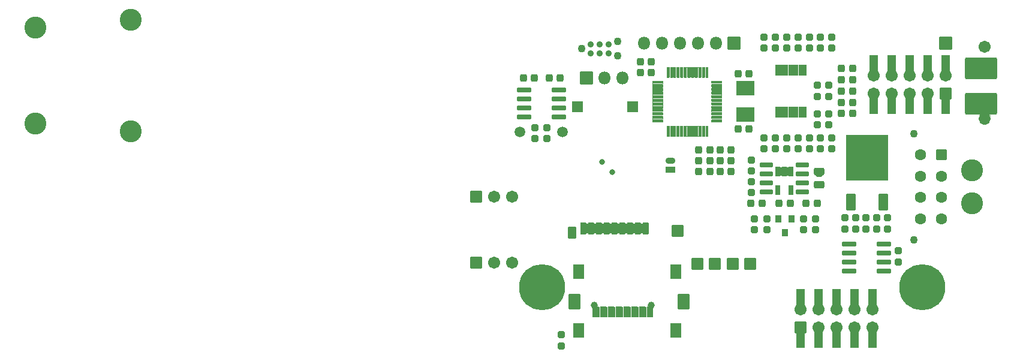
<source format=gbr>
G04 #@! TF.GenerationSoftware,KiCad,Pcbnew,6.0.10-86aedd382b~118~ubuntu22.04.1*
G04 #@! TF.CreationDate,2023-01-19T22:52:07+01:00*
G04 #@! TF.ProjectId,mre_addon_v2,6d72655f-6164-4646-9f6e-5f76322e6b69,V2.5*
G04 #@! TF.SameCoordinates,Original*
G04 #@! TF.FileFunction,Soldermask,Top*
G04 #@! TF.FilePolarity,Negative*
%FSLAX46Y46*%
G04 Gerber Fmt 4.6, Leading zero omitted, Abs format (unit mm)*
G04 Created by KiCad (PCBNEW 6.0.10-86aedd382b~118~ubuntu22.04.1) date 2023-01-19 22:52:07*
%MOMM*%
%LPD*%
G01*
G04 APERTURE LIST*
G04 Aperture macros list*
%AMRoundRect*
0 Rectangle with rounded corners*
0 $1 Rounding radius*
0 $2 $3 $4 $5 $6 $7 $8 $9 X,Y pos of 4 corners*
0 Add a 4 corners polygon primitive as box body*
4,1,4,$2,$3,$4,$5,$6,$7,$8,$9,$2,$3,0*
0 Add four circle primitives for the rounded corners*
1,1,$1+$1,$2,$3*
1,1,$1+$1,$4,$5*
1,1,$1+$1,$6,$7*
1,1,$1+$1,$8,$9*
0 Add four rect primitives between the rounded corners*
20,1,$1+$1,$2,$3,$4,$5,0*
20,1,$1+$1,$4,$5,$6,$7,0*
20,1,$1+$1,$6,$7,$8,$9,0*
20,1,$1+$1,$8,$9,$2,$3,0*%
G04 Aperture macros list end*
%ADD10RoundRect,0.269750X0.256250X-0.218750X0.256250X0.218750X-0.256250X0.218750X-0.256250X-0.218750X0*%
%ADD11RoundRect,0.269750X0.218750X0.256250X-0.218750X0.256250X-0.218750X-0.256250X0.218750X-0.256250X0*%
%ADD12RoundRect,0.269750X-0.256250X0.218750X-0.256250X-0.218750X0.256250X-0.218750X0.256250X0.218750X0*%
%ADD13C,1.092600*%
%ADD14C,0.889400*%
%ADD15C,3.102000*%
%ADD16RoundRect,0.301001X-0.499999X0.499999X-0.499999X-0.499999X0.499999X-0.499999X0.499999X0.499999X0*%
%ADD17C,1.602000*%
%ADD18RoundRect,0.051000X-0.500000X1.575000X-0.500000X-1.575000X0.500000X-1.575000X0.500000X1.575000X0*%
%ADD19RoundRect,0.051000X0.500000X-1.575000X0.500000X1.575000X-0.500000X1.575000X-0.500000X-1.575000X0*%
%ADD20RoundRect,0.051000X0.600000X-1.100000X0.600000X1.100000X-0.600000X1.100000X-0.600000X-1.100000X0*%
%ADD21RoundRect,0.051000X2.900000X-3.200000X2.900000X3.200000X-2.900000X3.200000X-2.900000X-3.200000X0*%
%ADD22RoundRect,0.269750X-0.218750X-0.256250X0.218750X-0.256250X0.218750X0.256250X-0.218750X0.256250X0*%
%ADD23RoundRect,0.051000X-0.750000X-0.750000X0.750000X-0.750000X0.750000X0.750000X-0.750000X0.750000X0*%
%ADD24RoundRect,0.051000X0.225000X-0.725000X0.225000X0.725000X-0.225000X0.725000X-0.225000X-0.725000X0*%
%ADD25RoundRect,0.051000X-0.325000X0.610000X-0.325000X-0.610000X0.325000X-0.610000X0.325000X0.610000X0*%
%ADD26RoundRect,0.051000X-0.400000X0.450000X-0.400000X-0.450000X0.400000X-0.450000X0.400000X0.450000X0*%
%ADD27RoundRect,0.201000X0.825000X0.150000X-0.825000X0.150000X-0.825000X-0.150000X0.825000X-0.150000X0*%
%ADD28C,1.102000*%
%ADD29RoundRect,0.294750X0.456250X-0.243750X0.456250X0.243750X-0.456250X0.243750X-0.456250X-0.243750X0*%
%ADD30RoundRect,0.051000X0.400000X0.750000X-0.400000X0.750000X-0.400000X-0.750000X0.400000X-0.750000X0*%
%ADD31RoundRect,0.051000X0.725000X1.000000X-0.725000X1.000000X-0.725000X-1.000000X0.725000X-1.000000X0*%
%ADD32C,0.991000*%
%ADD33RoundRect,0.051000X-0.381000X0.762000X-0.381000X-0.762000X0.381000X-0.762000X0.381000X0.762000X0*%
%ADD34RoundRect,0.051000X-0.508000X0.762000X-0.508000X-0.762000X0.508000X-0.762000X0.508000X0.762000X0*%
%ADD35RoundRect,0.051000X-0.762000X1.016000X-0.762000X-1.016000X0.762000X-1.016000X0.762000X1.016000X0*%
%ADD36RoundRect,0.051000X-0.762000X0.762000X-0.762000X-0.762000X0.762000X-0.762000X0.762000X0.762000X0*%
%ADD37C,3.101740*%
%ADD38RoundRect,0.051000X-0.850000X-0.850000X0.850000X-0.850000X0.850000X0.850000X-0.850000X0.850000X0*%
%ADD39RoundRect,0.126000X0.662500X0.075000X-0.662500X0.075000X-0.662500X-0.075000X0.662500X-0.075000X0*%
%ADD40RoundRect,0.126000X0.075000X0.662500X-0.075000X0.662500X-0.075000X-0.662500X0.075000X-0.662500X0*%
%ADD41RoundRect,0.051000X0.850000X-0.850000X0.850000X0.850000X-0.850000X0.850000X-0.850000X-0.850000X0*%
%ADD42O,1.802000X1.802000*%
%ADD43RoundRect,0.201000X-0.725000X-0.150000X0.725000X-0.150000X0.725000X0.150000X-0.725000X0.150000X0*%
%ADD44RoundRect,0.301001X-1.974999X1.262499X-1.974999X-1.262499X1.974999X-1.262499X1.974999X1.262499X0*%
%ADD45C,1.702000*%
%ADD46O,1.702000X1.702000*%
%ADD47C,0.802000*%
%ADD48RoundRect,0.276000X0.225000X0.250000X-0.225000X0.250000X-0.225000X-0.250000X0.225000X-0.250000X0*%
%ADD49C,0.902000*%
%ADD50C,6.502000*%
%ADD51RoundRect,0.051000X-1.200000X1.000000X-1.200000X-1.000000X1.200000X-1.000000X1.200000X1.000000X0*%
%ADD52RoundRect,0.051000X-0.800000X0.800000X-0.800000X-0.800000X0.800000X-0.800000X0.800000X0.800000X0*%
%ADD53RoundRect,0.051000X0.762000X0.762000X-0.762000X0.762000X-0.762000X-0.762000X0.762000X-0.762000X0*%
%ADD54RoundRect,0.051000X-0.650000X0.400000X-0.650000X-0.400000X0.650000X-0.400000X0.650000X0.400000X0*%
%ADD55O,1.402000X0.902000*%
%ADD56C,1.502000*%
G04 APERTURE END LIST*
D10*
X124650000Y-128937500D03*
X124650000Y-127362500D03*
D11*
X132335800Y-133376700D03*
X130760800Y-133376700D03*
D10*
X124650000Y-143162500D03*
X124650000Y-141587500D03*
X127800000Y-128937500D03*
X127800000Y-127362500D03*
X128948300Y-139764200D03*
X128948300Y-138189200D03*
D11*
X123537500Y-150800000D03*
X121962500Y-150800000D03*
D12*
X120212200Y-153006600D03*
X120212200Y-154581600D03*
X118485000Y-153006500D03*
X118485000Y-154581500D03*
D10*
X118050000Y-146287500D03*
X118050000Y-144712500D03*
D11*
X103937500Y-132350000D03*
X102362500Y-132350000D03*
X115187500Y-143300000D03*
X113612500Y-143300000D03*
X103937500Y-130850000D03*
X102362500Y-130850000D03*
D12*
X125400000Y-153012500D03*
X125400000Y-154587500D03*
X89140000Y-140142500D03*
X89140000Y-141717500D03*
D10*
X87450000Y-141717500D03*
X87450000Y-140142500D03*
D11*
X115187500Y-144810000D03*
X113612500Y-144810000D03*
X115187500Y-146320000D03*
X113612500Y-146320000D03*
D13*
X94060000Y-129000000D03*
X99140000Y-130016000D03*
X99140000Y-127984000D03*
D14*
X95330000Y-129635000D03*
X95330000Y-128365000D03*
X96600000Y-129635000D03*
X96600000Y-128365000D03*
X97870000Y-129635000D03*
X97870000Y-128365000D03*
D15*
X149235000Y-146160000D03*
X149235000Y-150860000D03*
D16*
X144915000Y-144000000D03*
D17*
X144915000Y-147000000D03*
X144915000Y-150000000D03*
X144915000Y-153000000D03*
X141915000Y-144000000D03*
X141915000Y-147000000D03*
X141915000Y-150000000D03*
X141915000Y-153000000D03*
D18*
X145491200Y-131536200D03*
X145491200Y-136586200D03*
X142951200Y-131536200D03*
X142951200Y-136586200D03*
X140411200Y-131536200D03*
X140411200Y-136586200D03*
X137871200Y-131536200D03*
X137871200Y-136586200D03*
X135331200Y-131536200D03*
X135331200Y-136586200D03*
D19*
X124968000Y-169631600D03*
X124968000Y-164581600D03*
X127508000Y-169631600D03*
X127508000Y-164581600D03*
X130048000Y-169631600D03*
X130048000Y-164581600D03*
X132588000Y-169631600D03*
X132588000Y-164581600D03*
X135128000Y-169631600D03*
X135128000Y-164581600D03*
D20*
X132120000Y-150675000D03*
D21*
X134400000Y-144375000D03*
D20*
X136680000Y-150675000D03*
D12*
X123050000Y-127362500D03*
X123050000Y-128937500D03*
D10*
X126250000Y-128937500D03*
X126250000Y-127362500D03*
D12*
X121450000Y-127362500D03*
X121450000Y-128937500D03*
X129400000Y-127362500D03*
X129400000Y-128937500D03*
X127348300Y-134189200D03*
X127348300Y-135764200D03*
D10*
X128948300Y-135764200D03*
X128948300Y-134189200D03*
D12*
X127348300Y-138189200D03*
X127348300Y-139764200D03*
X121450000Y-141587500D03*
X121450000Y-143162500D03*
D10*
X119850000Y-128937500D03*
X119850000Y-127362500D03*
X126250000Y-143162500D03*
X126250000Y-141587500D03*
X127800000Y-143162500D03*
X127800000Y-141587500D03*
X123050000Y-143162500D03*
X123050000Y-141587500D03*
D22*
X125762500Y-150800000D03*
X127337500Y-150800000D03*
D10*
X129400000Y-143162500D03*
X129400000Y-141587500D03*
X119850000Y-143162500D03*
X119850000Y-141587500D03*
D22*
X118000000Y-150800000D03*
X119575000Y-150800000D03*
D10*
X127650000Y-148187500D03*
X127650000Y-146612500D03*
D22*
X130739200Y-138160100D03*
X132314200Y-138160100D03*
D11*
X132335800Y-136576700D03*
X130760800Y-136576700D03*
X132335800Y-134976700D03*
X130760800Y-134976700D03*
D22*
X130760800Y-131776700D03*
X132335800Y-131776700D03*
D11*
X112187500Y-143300000D03*
X110612500Y-143300000D03*
X112187500Y-144810000D03*
X110612500Y-144810000D03*
X112187500Y-146320000D03*
X110612500Y-146320000D03*
D12*
X134250000Y-152862500D03*
X134250000Y-154437500D03*
X132750000Y-152862500D03*
X132750000Y-154437500D03*
X131250000Y-152862500D03*
X131250000Y-154437500D03*
D23*
X93500000Y-137200000D03*
X101300000Y-137200000D03*
D24*
X121700000Y-137926700D03*
X122350000Y-137926700D03*
X123000000Y-137926700D03*
X123650000Y-137926700D03*
X124300000Y-137926700D03*
X124950000Y-137926700D03*
X125600000Y-137926700D03*
X125600000Y-132026700D03*
X124950000Y-132026700D03*
X124300000Y-132026700D03*
X123650000Y-132026700D03*
X123000000Y-132026700D03*
X122350000Y-132026700D03*
X121700000Y-132026700D03*
D25*
X123650000Y-146328000D03*
X122700000Y-146328000D03*
X121750000Y-146328000D03*
X121750000Y-148948000D03*
X123650000Y-148948000D03*
D26*
X123750000Y-153000000D03*
X121850000Y-153000000D03*
X122800000Y-155000000D03*
D27*
X90875000Y-138605000D03*
X90875000Y-137335000D03*
X90875000Y-136065000D03*
X90875000Y-134795000D03*
X85925000Y-134795000D03*
X85925000Y-136065000D03*
X85925000Y-137335000D03*
X85925000Y-138605000D03*
D28*
X140975000Y-156000000D03*
X140975000Y-141000000D03*
D16*
X144915000Y-144000000D03*
D17*
X144915000Y-147000000D03*
X144915000Y-150000000D03*
X144915000Y-153000000D03*
X141915000Y-144000000D03*
X141915000Y-147000000D03*
X141915000Y-150000000D03*
X141915000Y-153000000D03*
D29*
X127650000Y-148237500D03*
X127650000Y-146362500D03*
D12*
X91200000Y-169412500D03*
X91200000Y-170987500D03*
D30*
X103700000Y-166197500D03*
X102600000Y-166197500D03*
X101500000Y-166197500D03*
X100400000Y-166197500D03*
X99300000Y-166197500D03*
X98200000Y-166197500D03*
X97100000Y-166197500D03*
X96000000Y-166197500D03*
D31*
X93625000Y-160497500D03*
X107375000Y-168797500D03*
X107375000Y-160497500D03*
X93625000Y-168797500D03*
D32*
X95889000Y-165257000D03*
X103889000Y-165257000D03*
D33*
X103143000Y-154357000D03*
X102043000Y-154357000D03*
X100943000Y-154357000D03*
X99843000Y-154357000D03*
X98743000Y-154357000D03*
X97643000Y-154357000D03*
X96543000Y-154357000D03*
X95443000Y-154357000D03*
X94343000Y-154357000D03*
D34*
X92743000Y-154957000D03*
D35*
X93089000Y-164730000D03*
X108489000Y-164730000D03*
D36*
X107670000Y-154749000D03*
D12*
X138800000Y-157537500D03*
X138800000Y-159112500D03*
D11*
X87437500Y-133150000D03*
X85862500Y-133150000D03*
D37*
X16951220Y-139599580D03*
X16951220Y-126000420D03*
X30448780Y-140699400D03*
X30448780Y-124900600D03*
D27*
X136775000Y-160405000D03*
X136775000Y-159135000D03*
X136775000Y-157865000D03*
X136775000Y-156595000D03*
X131825000Y-156595000D03*
X131825000Y-157865000D03*
X131825000Y-159135000D03*
X131825000Y-160405000D03*
D38*
X145500000Y-128200000D03*
D39*
X113162500Y-139250000D03*
X113162500Y-138750000D03*
X113162500Y-138250000D03*
X113162500Y-137750000D03*
X113162500Y-137250000D03*
X113162500Y-136750000D03*
X113162500Y-136250000D03*
X113162500Y-135750000D03*
X113162500Y-135250000D03*
X113162500Y-134750000D03*
X113162500Y-134250000D03*
X113162500Y-133750000D03*
D40*
X111750000Y-132337500D03*
X111250000Y-132337500D03*
X110750000Y-132337500D03*
X110250000Y-132337500D03*
X109750000Y-132337500D03*
X109250000Y-132337500D03*
X108750000Y-132337500D03*
X108250000Y-132337500D03*
X107750000Y-132337500D03*
X107250000Y-132337500D03*
X106750000Y-132337500D03*
X106250000Y-132337500D03*
D39*
X104837500Y-133750000D03*
X104837500Y-134250000D03*
X104837500Y-134750000D03*
X104837500Y-135250000D03*
X104837500Y-135750000D03*
X104837500Y-136250000D03*
X104837500Y-136750000D03*
X104837500Y-137250000D03*
X104837500Y-137750000D03*
X104837500Y-138250000D03*
X104837500Y-138750000D03*
X104837500Y-139250000D03*
D40*
X106250000Y-140662500D03*
X106750000Y-140662500D03*
X107250000Y-140662500D03*
X107750000Y-140662500D03*
X108250000Y-140662500D03*
X108750000Y-140662500D03*
X109250000Y-140662500D03*
X109750000Y-140662500D03*
X110250000Y-140662500D03*
X110750000Y-140662500D03*
X111250000Y-140662500D03*
X111750000Y-140662500D03*
D11*
X91050000Y-133150000D03*
X89475000Y-133150000D03*
D41*
X94725000Y-133150000D03*
D42*
X97265000Y-133150000D03*
X99805000Y-133150000D03*
D43*
X120125000Y-145395000D03*
X120125000Y-146665000D03*
X120125000Y-147935000D03*
X120125000Y-149205000D03*
X125275000Y-149205000D03*
X125275000Y-147935000D03*
X125275000Y-146665000D03*
X125275000Y-145395000D03*
D10*
X118050000Y-149325000D03*
X118050000Y-147750000D03*
D44*
X150475000Y-131775000D03*
X150475000Y-136800000D03*
D12*
X137300000Y-152862500D03*
X137300000Y-154437500D03*
X127100000Y-153012500D03*
X127100000Y-154587500D03*
D10*
X135750000Y-154437500D03*
X135750000Y-152862500D03*
D45*
X151000000Y-128700000D03*
D46*
X151000000Y-138860000D03*
D47*
X98400000Y-146445000D03*
D48*
X117725000Y-140350000D03*
X116175000Y-140350000D03*
D47*
X96950000Y-145000000D03*
D49*
X88519900Y-165089500D03*
X90216956Y-160992444D03*
X86119900Y-162689500D03*
X90216956Y-164386556D03*
X88519900Y-160289500D03*
X86822844Y-160992444D03*
X86822844Y-164386556D03*
D50*
X88519900Y-162689500D03*
D49*
X90919900Y-162689500D03*
D48*
X117725000Y-132550000D03*
X116175000Y-132550000D03*
D51*
X117166665Y-134600000D03*
X117166665Y-138300000D03*
D49*
X144589200Y-162689500D03*
X140492144Y-164386556D03*
X139789200Y-162689500D03*
X143886256Y-160992444D03*
X143886256Y-164386556D03*
X140492144Y-160992444D03*
X142189200Y-165089500D03*
X142189200Y-160289500D03*
D50*
X142189200Y-162689500D03*
D52*
X115400600Y-159360800D03*
X117900600Y-159360800D03*
D53*
X112900600Y-159360800D03*
X110400600Y-159360800D03*
D54*
X106654600Y-146055000D03*
D55*
X106654600Y-144810400D03*
D56*
X91360600Y-140771800D03*
X85360600Y-140771800D03*
D52*
X124973080Y-168379060D03*
D45*
X124973080Y-165839060D03*
X127513080Y-168379060D03*
X127513080Y-165839060D03*
X130053080Y-168379060D03*
X130053080Y-165839060D03*
X132593080Y-168379060D03*
X132593080Y-165839060D03*
X135133080Y-168379060D03*
X135133080Y-165839060D03*
D52*
X145478500Y-135336200D03*
D45*
X145478500Y-132796200D03*
X142938500Y-135336200D03*
X142938500Y-132796200D03*
X140398500Y-135336200D03*
X140398500Y-132796200D03*
X137858500Y-135336200D03*
X137858500Y-132796200D03*
X135318500Y-135336200D03*
X135318500Y-132796200D03*
D52*
X79197200Y-159212200D03*
D45*
X81737200Y-159212200D03*
X84277200Y-159212200D03*
D52*
X79197200Y-149941200D03*
D45*
X81737200Y-149941200D03*
X84277200Y-149941200D03*
D41*
X115600000Y-128200000D03*
D42*
X113060000Y-128200000D03*
X110520000Y-128200000D03*
X107980000Y-128200000D03*
X105440000Y-128200000D03*
X102900000Y-128200000D03*
D13*
X99140000Y-130016000D03*
X99140000Y-127984000D03*
X94060000Y-129000000D03*
G36*
X97549267Y-165430801D02*
G01*
X97600946Y-165473989D01*
X97669661Y-165482620D01*
X97732291Y-165452656D01*
X97750348Y-165431818D01*
X97752238Y-165431164D01*
X97753749Y-165432474D01*
X97753821Y-165433518D01*
X97751000Y-165447699D01*
X97751000Y-166947301D01*
X97753978Y-166962274D01*
X97753335Y-166964168D01*
X97751373Y-166964558D01*
X97750733Y-166964199D01*
X97699054Y-166921011D01*
X97630339Y-166912380D01*
X97567709Y-166942344D01*
X97549652Y-166963182D01*
X97547762Y-166963836D01*
X97546251Y-166962526D01*
X97546179Y-166961482D01*
X97549000Y-166947301D01*
X97549000Y-165447699D01*
X97546022Y-165432726D01*
X97546665Y-165430832D01*
X97548627Y-165430442D01*
X97549267Y-165430801D01*
G37*
G36*
X100849267Y-165430801D02*
G01*
X100900946Y-165473989D01*
X100969661Y-165482620D01*
X101032291Y-165452656D01*
X101050348Y-165431818D01*
X101052238Y-165431164D01*
X101053749Y-165432474D01*
X101053821Y-165433518D01*
X101051000Y-165447699D01*
X101051000Y-166947301D01*
X101053978Y-166962274D01*
X101053335Y-166964168D01*
X101051373Y-166964558D01*
X101050733Y-166964199D01*
X100999054Y-166921011D01*
X100930339Y-166912380D01*
X100867709Y-166942344D01*
X100849652Y-166963182D01*
X100847762Y-166963836D01*
X100846251Y-166962526D01*
X100846179Y-166961482D01*
X100849000Y-166947301D01*
X100849000Y-165447699D01*
X100846022Y-165432726D01*
X100846665Y-165430832D01*
X100848627Y-165430442D01*
X100849267Y-165430801D01*
G37*
G36*
X103049267Y-165430801D02*
G01*
X103100946Y-165473989D01*
X103169661Y-165482620D01*
X103232291Y-165452656D01*
X103250348Y-165431818D01*
X103252238Y-165431164D01*
X103253749Y-165432474D01*
X103253821Y-165433518D01*
X103251000Y-165447699D01*
X103251000Y-166947301D01*
X103253978Y-166962274D01*
X103253335Y-166964168D01*
X103251373Y-166964558D01*
X103250733Y-166964199D01*
X103199054Y-166921011D01*
X103130339Y-166912380D01*
X103067709Y-166942344D01*
X103049652Y-166963182D01*
X103047762Y-166963836D01*
X103046251Y-166962526D01*
X103046179Y-166961482D01*
X103049000Y-166947301D01*
X103049000Y-165447699D01*
X103046022Y-165432726D01*
X103046665Y-165430832D01*
X103048627Y-165430442D01*
X103049267Y-165430801D01*
G37*
G36*
X98649267Y-165430801D02*
G01*
X98700946Y-165473989D01*
X98769661Y-165482620D01*
X98832291Y-165452656D01*
X98850348Y-165431818D01*
X98852238Y-165431164D01*
X98853749Y-165432474D01*
X98853821Y-165433518D01*
X98851000Y-165447699D01*
X98851000Y-166947301D01*
X98853978Y-166962274D01*
X98853335Y-166964168D01*
X98851373Y-166964558D01*
X98850733Y-166964199D01*
X98799054Y-166921011D01*
X98730339Y-166912380D01*
X98667709Y-166942344D01*
X98649652Y-166963182D01*
X98647762Y-166963836D01*
X98646251Y-166962526D01*
X98646179Y-166961482D01*
X98649000Y-166947301D01*
X98649000Y-165447699D01*
X98646022Y-165432726D01*
X98646665Y-165430832D01*
X98648627Y-165430442D01*
X98649267Y-165430801D01*
G37*
G36*
X99749267Y-165430801D02*
G01*
X99800946Y-165473989D01*
X99869661Y-165482620D01*
X99932291Y-165452656D01*
X99950348Y-165431818D01*
X99952238Y-165431164D01*
X99953749Y-165432474D01*
X99953821Y-165433518D01*
X99951000Y-165447699D01*
X99951000Y-166947301D01*
X99953978Y-166962274D01*
X99953335Y-166964168D01*
X99951373Y-166964558D01*
X99950733Y-166964199D01*
X99899054Y-166921011D01*
X99830339Y-166912380D01*
X99767709Y-166942344D01*
X99749652Y-166963182D01*
X99747762Y-166963836D01*
X99746251Y-166962526D01*
X99746179Y-166961482D01*
X99749000Y-166947301D01*
X99749000Y-165447699D01*
X99746022Y-165432726D01*
X99746665Y-165430832D01*
X99748627Y-165430442D01*
X99749267Y-165430801D01*
G37*
G36*
X101949267Y-165430801D02*
G01*
X102000946Y-165473989D01*
X102069661Y-165482620D01*
X102132291Y-165452656D01*
X102150348Y-165431818D01*
X102152238Y-165431164D01*
X102153749Y-165432474D01*
X102153821Y-165433518D01*
X102151000Y-165447699D01*
X102151000Y-166947301D01*
X102153978Y-166962274D01*
X102153335Y-166964168D01*
X102151373Y-166964558D01*
X102150733Y-166964199D01*
X102099054Y-166921011D01*
X102030339Y-166912380D01*
X101967709Y-166942344D01*
X101949652Y-166963182D01*
X101947762Y-166963836D01*
X101946251Y-166962526D01*
X101946179Y-166961482D01*
X101949000Y-166947301D01*
X101949000Y-165447699D01*
X101946022Y-165432726D01*
X101946665Y-165430832D01*
X101948627Y-165430442D01*
X101949267Y-165430801D01*
G37*
G36*
X96449267Y-165430801D02*
G01*
X96500946Y-165473989D01*
X96569661Y-165482620D01*
X96632291Y-165452656D01*
X96650348Y-165431818D01*
X96652238Y-165431164D01*
X96653749Y-165432474D01*
X96653821Y-165433518D01*
X96651000Y-165447699D01*
X96651000Y-166947301D01*
X96653978Y-166962274D01*
X96653335Y-166964168D01*
X96651373Y-166964558D01*
X96650733Y-166964199D01*
X96599054Y-166921011D01*
X96530339Y-166912380D01*
X96467709Y-166942344D01*
X96449652Y-166963182D01*
X96447762Y-166963836D01*
X96446251Y-166962526D01*
X96446179Y-166961482D01*
X96449000Y-166947301D01*
X96449000Y-165447699D01*
X96446022Y-165432726D01*
X96446665Y-165430832D01*
X96448627Y-165430442D01*
X96449267Y-165430801D01*
G37*
G36*
X96976126Y-153590827D02*
G01*
X97004548Y-153645162D01*
X97064732Y-153679435D01*
X97133890Y-153675728D01*
X97190114Y-153635186D01*
X97209440Y-153592869D01*
X97211069Y-153591709D01*
X97212888Y-153592540D01*
X97213220Y-153594091D01*
X97213000Y-153595195D01*
X97213000Y-155118801D01*
X97213608Y-155121856D01*
X97212965Y-155123750D01*
X97211003Y-155124140D01*
X97209874Y-155123173D01*
X97181452Y-155068838D01*
X97121268Y-155034565D01*
X97052110Y-155038272D01*
X96995886Y-155078814D01*
X96976560Y-155121131D01*
X96974931Y-155122291D01*
X96973112Y-155121460D01*
X96972780Y-155119909D01*
X96973000Y-155118805D01*
X96973000Y-153595199D01*
X96972392Y-153592144D01*
X96973035Y-153590250D01*
X96974997Y-153589860D01*
X96976126Y-153590827D01*
G37*
G36*
X101376126Y-153590827D02*
G01*
X101404548Y-153645162D01*
X101464732Y-153679435D01*
X101533890Y-153675728D01*
X101590114Y-153635186D01*
X101609440Y-153592869D01*
X101611069Y-153591709D01*
X101612888Y-153592540D01*
X101613220Y-153594091D01*
X101613000Y-153595195D01*
X101613000Y-155118801D01*
X101613608Y-155121856D01*
X101612965Y-155123750D01*
X101611003Y-155124140D01*
X101609874Y-155123173D01*
X101581452Y-155068838D01*
X101521268Y-155034565D01*
X101452110Y-155038272D01*
X101395886Y-155078814D01*
X101376560Y-155121131D01*
X101374931Y-155122291D01*
X101373112Y-155121460D01*
X101372780Y-155119909D01*
X101373000Y-155118805D01*
X101373000Y-153595199D01*
X101372392Y-153592144D01*
X101373035Y-153590250D01*
X101374997Y-153589860D01*
X101376126Y-153590827D01*
G37*
G36*
X98076126Y-153590827D02*
G01*
X98104548Y-153645162D01*
X98164732Y-153679435D01*
X98233890Y-153675728D01*
X98290114Y-153635186D01*
X98309440Y-153592869D01*
X98311069Y-153591709D01*
X98312888Y-153592540D01*
X98313220Y-153594091D01*
X98313000Y-153595195D01*
X98313000Y-155118801D01*
X98313608Y-155121856D01*
X98312965Y-155123750D01*
X98311003Y-155124140D01*
X98309874Y-155123173D01*
X98281452Y-155068838D01*
X98221268Y-155034565D01*
X98152110Y-155038272D01*
X98095886Y-155078814D01*
X98076560Y-155121131D01*
X98074931Y-155122291D01*
X98073112Y-155121460D01*
X98072780Y-155119909D01*
X98073000Y-155118805D01*
X98073000Y-153595199D01*
X98072392Y-153592144D01*
X98073035Y-153590250D01*
X98074997Y-153589860D01*
X98076126Y-153590827D01*
G37*
G36*
X102476126Y-153590827D02*
G01*
X102504548Y-153645162D01*
X102564732Y-153679435D01*
X102633890Y-153675728D01*
X102690114Y-153635186D01*
X102709440Y-153592869D01*
X102711069Y-153591709D01*
X102712888Y-153592540D01*
X102713220Y-153594091D01*
X102713000Y-153595195D01*
X102713000Y-155118801D01*
X102713608Y-155121856D01*
X102712965Y-155123750D01*
X102711003Y-155124140D01*
X102709874Y-155123173D01*
X102681452Y-155068838D01*
X102621268Y-155034565D01*
X102552110Y-155038272D01*
X102495886Y-155078814D01*
X102476560Y-155121131D01*
X102474931Y-155122291D01*
X102473112Y-155121460D01*
X102472780Y-155119909D01*
X102473000Y-155118805D01*
X102473000Y-153595199D01*
X102472392Y-153592144D01*
X102473035Y-153590250D01*
X102474997Y-153589860D01*
X102476126Y-153590827D01*
G37*
G36*
X95876126Y-153590827D02*
G01*
X95904548Y-153645162D01*
X95964732Y-153679435D01*
X96033890Y-153675728D01*
X96090114Y-153635186D01*
X96109440Y-153592869D01*
X96111069Y-153591709D01*
X96112888Y-153592540D01*
X96113220Y-153594091D01*
X96113000Y-153595195D01*
X96113000Y-155118801D01*
X96113608Y-155121856D01*
X96112965Y-155123750D01*
X96111003Y-155124140D01*
X96109874Y-155123173D01*
X96081452Y-155068838D01*
X96021268Y-155034565D01*
X95952110Y-155038272D01*
X95895886Y-155078814D01*
X95876560Y-155121131D01*
X95874931Y-155122291D01*
X95873112Y-155121460D01*
X95872780Y-155119909D01*
X95873000Y-155118805D01*
X95873000Y-153595199D01*
X95872392Y-153592144D01*
X95873035Y-153590250D01*
X95874997Y-153589860D01*
X95876126Y-153590827D01*
G37*
G36*
X94776126Y-153590827D02*
G01*
X94804548Y-153645162D01*
X94864732Y-153679435D01*
X94933890Y-153675728D01*
X94990114Y-153635186D01*
X95009440Y-153592869D01*
X95011069Y-153591709D01*
X95012888Y-153592540D01*
X95013220Y-153594091D01*
X95013000Y-153595195D01*
X95013000Y-155118801D01*
X95013608Y-155121856D01*
X95012965Y-155123750D01*
X95011003Y-155124140D01*
X95009874Y-155123173D01*
X94981452Y-155068838D01*
X94921268Y-155034565D01*
X94852110Y-155038272D01*
X94795886Y-155078814D01*
X94776560Y-155121131D01*
X94774931Y-155122291D01*
X94773112Y-155121460D01*
X94772780Y-155119909D01*
X94773000Y-155118805D01*
X94773000Y-153595199D01*
X94772392Y-153592144D01*
X94773035Y-153590250D01*
X94774997Y-153589860D01*
X94776126Y-153590827D01*
G37*
G36*
X99176126Y-153590827D02*
G01*
X99204548Y-153645162D01*
X99264732Y-153679435D01*
X99333890Y-153675728D01*
X99390114Y-153635186D01*
X99409440Y-153592869D01*
X99411069Y-153591709D01*
X99412888Y-153592540D01*
X99413220Y-153594091D01*
X99413000Y-153595195D01*
X99413000Y-155118801D01*
X99413608Y-155121856D01*
X99412965Y-155123750D01*
X99411003Y-155124140D01*
X99409874Y-155123173D01*
X99381452Y-155068838D01*
X99321268Y-155034565D01*
X99252110Y-155038272D01*
X99195886Y-155078814D01*
X99176560Y-155121131D01*
X99174931Y-155122291D01*
X99173112Y-155121460D01*
X99172780Y-155119909D01*
X99173000Y-155118805D01*
X99173000Y-153595199D01*
X99172392Y-153592144D01*
X99173035Y-153590250D01*
X99174997Y-153589860D01*
X99176126Y-153590827D01*
G37*
G36*
X100276126Y-153590827D02*
G01*
X100304548Y-153645162D01*
X100364732Y-153679435D01*
X100433890Y-153675728D01*
X100490114Y-153635186D01*
X100509440Y-153592869D01*
X100511069Y-153591709D01*
X100512888Y-153592540D01*
X100513220Y-153594091D01*
X100513000Y-153595195D01*
X100513000Y-155118801D01*
X100513608Y-155121856D01*
X100512965Y-155123750D01*
X100511003Y-155124140D01*
X100509874Y-155123173D01*
X100481452Y-155068838D01*
X100421268Y-155034565D01*
X100352110Y-155038272D01*
X100295886Y-155078814D01*
X100276560Y-155121131D01*
X100274931Y-155122291D01*
X100273112Y-155121460D01*
X100272780Y-155119909D01*
X100273000Y-155118805D01*
X100273000Y-153595199D01*
X100272392Y-153592144D01*
X100273035Y-153590250D01*
X100274997Y-153589860D01*
X100276126Y-153590827D01*
G37*
G36*
X123074267Y-145701301D02*
G01*
X123125946Y-145744489D01*
X123194661Y-145753120D01*
X123257291Y-145723156D01*
X123275348Y-145702318D01*
X123277238Y-145701664D01*
X123278749Y-145702974D01*
X123278821Y-145704018D01*
X123276000Y-145718199D01*
X123276000Y-146937801D01*
X123278978Y-146952774D01*
X123278335Y-146954668D01*
X123276373Y-146955058D01*
X123275733Y-146954699D01*
X123224054Y-146911511D01*
X123155339Y-146902880D01*
X123092709Y-146932844D01*
X123074652Y-146953682D01*
X123072762Y-146954336D01*
X123071251Y-146953026D01*
X123071179Y-146951982D01*
X123074000Y-146937801D01*
X123074000Y-145718199D01*
X123071022Y-145703226D01*
X123071665Y-145701332D01*
X123073627Y-145700942D01*
X123074267Y-145701301D01*
G37*
G36*
X122124267Y-145701301D02*
G01*
X122175946Y-145744489D01*
X122244661Y-145753120D01*
X122307291Y-145723156D01*
X122325348Y-145702318D01*
X122327238Y-145701664D01*
X122328749Y-145702974D01*
X122328821Y-145704018D01*
X122326000Y-145718199D01*
X122326000Y-146937801D01*
X122328978Y-146952774D01*
X122328335Y-146954668D01*
X122326373Y-146955058D01*
X122325733Y-146954699D01*
X122274054Y-146911511D01*
X122205339Y-146902880D01*
X122142709Y-146932844D01*
X122124652Y-146953682D01*
X122122762Y-146954336D01*
X122121251Y-146953026D01*
X122121179Y-146951982D01*
X122124000Y-146937801D01*
X122124000Y-145718199D01*
X122121022Y-145703226D01*
X122121665Y-145701332D01*
X122123627Y-145700942D01*
X122124267Y-145701301D01*
G37*
G36*
X109918693Y-139914460D02*
G01*
X109931425Y-139922967D01*
X109997789Y-139943747D01*
X110068589Y-139922958D01*
X110081307Y-139914460D01*
X110083303Y-139914329D01*
X110084414Y-139915992D01*
X110084081Y-139917234D01*
X110060476Y-139952561D01*
X110051000Y-140000199D01*
X110051000Y-141324801D01*
X110060476Y-141372439D01*
X110084081Y-141407766D01*
X110084212Y-141409762D01*
X110082549Y-141410873D01*
X110081307Y-141410540D01*
X110068575Y-141402033D01*
X110002211Y-141381253D01*
X109931411Y-141402042D01*
X109918693Y-141410540D01*
X109916697Y-141410671D01*
X109915586Y-141409008D01*
X109915919Y-141407766D01*
X109939524Y-141372439D01*
X109949000Y-141324801D01*
X109949000Y-140000199D01*
X109939524Y-139952561D01*
X109915919Y-139917234D01*
X109915788Y-139915238D01*
X109917451Y-139914127D01*
X109918693Y-139914460D01*
G37*
G36*
X111418693Y-139914460D02*
G01*
X111431425Y-139922967D01*
X111497789Y-139943747D01*
X111568589Y-139922958D01*
X111581307Y-139914460D01*
X111583303Y-139914329D01*
X111584414Y-139915992D01*
X111584081Y-139917234D01*
X111560476Y-139952561D01*
X111551000Y-140000199D01*
X111551000Y-141324801D01*
X111560476Y-141372439D01*
X111584081Y-141407766D01*
X111584212Y-141409762D01*
X111582549Y-141410873D01*
X111581307Y-141410540D01*
X111568575Y-141402033D01*
X111502211Y-141381253D01*
X111431411Y-141402042D01*
X111418693Y-141410540D01*
X111416697Y-141410671D01*
X111415586Y-141409008D01*
X111415919Y-141407766D01*
X111439524Y-141372439D01*
X111449000Y-141324801D01*
X111449000Y-140000199D01*
X111439524Y-139952561D01*
X111415919Y-139917234D01*
X111415788Y-139915238D01*
X111417451Y-139914127D01*
X111418693Y-139914460D01*
G37*
G36*
X110918693Y-139914460D02*
G01*
X110931425Y-139922967D01*
X110997789Y-139943747D01*
X111068589Y-139922958D01*
X111081307Y-139914460D01*
X111083303Y-139914329D01*
X111084414Y-139915992D01*
X111084081Y-139917234D01*
X111060476Y-139952561D01*
X111051000Y-140000199D01*
X111051000Y-141324801D01*
X111060476Y-141372439D01*
X111084081Y-141407766D01*
X111084212Y-141409762D01*
X111082549Y-141410873D01*
X111081307Y-141410540D01*
X111068575Y-141402033D01*
X111002211Y-141381253D01*
X110931411Y-141402042D01*
X110918693Y-141410540D01*
X110916697Y-141410671D01*
X110915586Y-141409008D01*
X110915919Y-141407766D01*
X110939524Y-141372439D01*
X110949000Y-141324801D01*
X110949000Y-140000199D01*
X110939524Y-139952561D01*
X110915919Y-139917234D01*
X110915788Y-139915238D01*
X110917451Y-139914127D01*
X110918693Y-139914460D01*
G37*
G36*
X110418693Y-139914460D02*
G01*
X110431425Y-139922967D01*
X110497789Y-139943747D01*
X110568589Y-139922958D01*
X110581307Y-139914460D01*
X110583303Y-139914329D01*
X110584414Y-139915992D01*
X110584081Y-139917234D01*
X110560476Y-139952561D01*
X110551000Y-140000199D01*
X110551000Y-141324801D01*
X110560476Y-141372439D01*
X110584081Y-141407766D01*
X110584212Y-141409762D01*
X110582549Y-141410873D01*
X110581307Y-141410540D01*
X110568575Y-141402033D01*
X110502211Y-141381253D01*
X110431411Y-141402042D01*
X110418693Y-141410540D01*
X110416697Y-141410671D01*
X110415586Y-141409008D01*
X110415919Y-141407766D01*
X110439524Y-141372439D01*
X110449000Y-141324801D01*
X110449000Y-140000199D01*
X110439524Y-139952561D01*
X110415919Y-139917234D01*
X110415788Y-139915238D01*
X110417451Y-139914127D01*
X110418693Y-139914460D01*
G37*
G36*
X109418693Y-139914460D02*
G01*
X109431425Y-139922967D01*
X109497789Y-139943747D01*
X109568589Y-139922958D01*
X109581307Y-139914460D01*
X109583303Y-139914329D01*
X109584414Y-139915992D01*
X109584081Y-139917234D01*
X109560476Y-139952561D01*
X109551000Y-140000199D01*
X109551000Y-141324801D01*
X109560476Y-141372439D01*
X109584081Y-141407766D01*
X109584212Y-141409762D01*
X109582549Y-141410873D01*
X109581307Y-141410540D01*
X109568575Y-141402033D01*
X109502211Y-141381253D01*
X109431411Y-141402042D01*
X109418693Y-141410540D01*
X109416697Y-141410671D01*
X109415586Y-141409008D01*
X109415919Y-141407766D01*
X109439524Y-141372439D01*
X109449000Y-141324801D01*
X109449000Y-140000199D01*
X109439524Y-139952561D01*
X109415919Y-139917234D01*
X109415788Y-139915238D01*
X109417451Y-139914127D01*
X109418693Y-139914460D01*
G37*
G36*
X108918693Y-139914460D02*
G01*
X108931425Y-139922967D01*
X108997789Y-139943747D01*
X109068589Y-139922958D01*
X109081307Y-139914460D01*
X109083303Y-139914329D01*
X109084414Y-139915992D01*
X109084081Y-139917234D01*
X109060476Y-139952561D01*
X109051000Y-140000199D01*
X109051000Y-141324801D01*
X109060476Y-141372439D01*
X109084081Y-141407766D01*
X109084212Y-141409762D01*
X109082549Y-141410873D01*
X109081307Y-141410540D01*
X109068575Y-141402033D01*
X109002211Y-141381253D01*
X108931411Y-141402042D01*
X108918693Y-141410540D01*
X108916697Y-141410671D01*
X108915586Y-141409008D01*
X108915919Y-141407766D01*
X108939524Y-141372439D01*
X108949000Y-141324801D01*
X108949000Y-140000199D01*
X108939524Y-139952561D01*
X108915919Y-139917234D01*
X108915788Y-139915238D01*
X108917451Y-139914127D01*
X108918693Y-139914460D01*
G37*
G36*
X108418693Y-139914460D02*
G01*
X108431425Y-139922967D01*
X108497789Y-139943747D01*
X108568589Y-139922958D01*
X108581307Y-139914460D01*
X108583303Y-139914329D01*
X108584414Y-139915992D01*
X108584081Y-139917234D01*
X108560476Y-139952561D01*
X108551000Y-140000199D01*
X108551000Y-141324801D01*
X108560476Y-141372439D01*
X108584081Y-141407766D01*
X108584212Y-141409762D01*
X108582549Y-141410873D01*
X108581307Y-141410540D01*
X108568575Y-141402033D01*
X108502211Y-141381253D01*
X108431411Y-141402042D01*
X108418693Y-141410540D01*
X108416697Y-141410671D01*
X108415586Y-141409008D01*
X108415919Y-141407766D01*
X108439524Y-141372439D01*
X108449000Y-141324801D01*
X108449000Y-140000199D01*
X108439524Y-139952561D01*
X108415919Y-139917234D01*
X108415788Y-139915238D01*
X108417451Y-139914127D01*
X108418693Y-139914460D01*
G37*
G36*
X107918693Y-139914460D02*
G01*
X107931425Y-139922967D01*
X107997789Y-139943747D01*
X108068589Y-139922958D01*
X108081307Y-139914460D01*
X108083303Y-139914329D01*
X108084414Y-139915992D01*
X108084081Y-139917234D01*
X108060476Y-139952561D01*
X108051000Y-140000199D01*
X108051000Y-141324801D01*
X108060476Y-141372439D01*
X108084081Y-141407766D01*
X108084212Y-141409762D01*
X108082549Y-141410873D01*
X108081307Y-141410540D01*
X108068575Y-141402033D01*
X108002211Y-141381253D01*
X107931411Y-141402042D01*
X107918693Y-141410540D01*
X107916697Y-141410671D01*
X107915586Y-141409008D01*
X107915919Y-141407766D01*
X107939524Y-141372439D01*
X107949000Y-141324801D01*
X107949000Y-140000199D01*
X107939524Y-139952561D01*
X107915919Y-139917234D01*
X107915788Y-139915238D01*
X107917451Y-139914127D01*
X107918693Y-139914460D01*
G37*
G36*
X107418693Y-139914460D02*
G01*
X107431425Y-139922967D01*
X107497789Y-139943747D01*
X107568589Y-139922958D01*
X107581307Y-139914460D01*
X107583303Y-139914329D01*
X107584414Y-139915992D01*
X107584081Y-139917234D01*
X107560476Y-139952561D01*
X107551000Y-140000199D01*
X107551000Y-141324801D01*
X107560476Y-141372439D01*
X107584081Y-141407766D01*
X107584212Y-141409762D01*
X107582549Y-141410873D01*
X107581307Y-141410540D01*
X107568575Y-141402033D01*
X107502211Y-141381253D01*
X107431411Y-141402042D01*
X107418693Y-141410540D01*
X107416697Y-141410671D01*
X107415586Y-141409008D01*
X107415919Y-141407766D01*
X107439524Y-141372439D01*
X107449000Y-141324801D01*
X107449000Y-140000199D01*
X107439524Y-139952561D01*
X107415919Y-139917234D01*
X107415788Y-139915238D01*
X107417451Y-139914127D01*
X107418693Y-139914460D01*
G37*
G36*
X106418693Y-139914460D02*
G01*
X106431425Y-139922967D01*
X106497789Y-139943747D01*
X106568589Y-139922958D01*
X106581307Y-139914460D01*
X106583303Y-139914329D01*
X106584414Y-139915992D01*
X106584081Y-139917234D01*
X106560476Y-139952561D01*
X106551000Y-140000199D01*
X106551000Y-141324801D01*
X106560476Y-141372439D01*
X106584081Y-141407766D01*
X106584212Y-141409762D01*
X106582549Y-141410873D01*
X106581307Y-141410540D01*
X106568575Y-141402033D01*
X106502211Y-141381253D01*
X106431411Y-141402042D01*
X106418693Y-141410540D01*
X106416697Y-141410671D01*
X106415586Y-141409008D01*
X106415919Y-141407766D01*
X106439524Y-141372439D01*
X106449000Y-141324801D01*
X106449000Y-140000199D01*
X106439524Y-139952561D01*
X106415919Y-139917234D01*
X106415788Y-139915238D01*
X106417451Y-139914127D01*
X106418693Y-139914460D01*
G37*
G36*
X106918693Y-139914460D02*
G01*
X106931425Y-139922967D01*
X106997789Y-139943747D01*
X107068589Y-139922958D01*
X107081307Y-139914460D01*
X107083303Y-139914329D01*
X107084414Y-139915992D01*
X107084081Y-139917234D01*
X107060476Y-139952561D01*
X107051000Y-140000199D01*
X107051000Y-141324801D01*
X107060476Y-141372439D01*
X107084081Y-141407766D01*
X107084212Y-141409762D01*
X107082549Y-141410873D01*
X107081307Y-141410540D01*
X107068575Y-141402033D01*
X107002211Y-141381253D01*
X106931411Y-141402042D01*
X106918693Y-141410540D01*
X106916697Y-141410671D01*
X106915586Y-141409008D01*
X106915919Y-141407766D01*
X106939524Y-141372439D01*
X106949000Y-141324801D01*
X106949000Y-140000199D01*
X106939524Y-139952561D01*
X106915919Y-139917234D01*
X106915788Y-139915238D01*
X106917451Y-139914127D01*
X106918693Y-139914460D01*
G37*
G36*
X112417234Y-138915919D02*
G01*
X112452561Y-138939524D01*
X112500199Y-138949000D01*
X113824801Y-138949000D01*
X113872439Y-138939524D01*
X113907766Y-138915919D01*
X113909762Y-138915788D01*
X113910873Y-138917451D01*
X113910540Y-138918693D01*
X113902033Y-138931425D01*
X113881253Y-138997789D01*
X113902042Y-139068589D01*
X113910540Y-139081307D01*
X113910671Y-139083303D01*
X113909008Y-139084414D01*
X113907766Y-139084081D01*
X113872439Y-139060476D01*
X113824801Y-139051000D01*
X112500199Y-139051000D01*
X112452561Y-139060476D01*
X112417234Y-139084081D01*
X112415238Y-139084212D01*
X112414127Y-139082549D01*
X112414460Y-139081307D01*
X112422967Y-139068575D01*
X112443747Y-139002211D01*
X112422958Y-138931411D01*
X112414460Y-138918693D01*
X112414329Y-138916697D01*
X112415992Y-138915586D01*
X112417234Y-138915919D01*
G37*
G36*
X104092234Y-138915919D02*
G01*
X104127561Y-138939524D01*
X104175199Y-138949000D01*
X105499801Y-138949000D01*
X105547439Y-138939524D01*
X105582766Y-138915919D01*
X105584762Y-138915788D01*
X105585873Y-138917451D01*
X105585540Y-138918693D01*
X105577033Y-138931425D01*
X105556253Y-138997789D01*
X105577042Y-139068589D01*
X105585540Y-139081307D01*
X105585671Y-139083303D01*
X105584008Y-139084414D01*
X105582766Y-139084081D01*
X105547439Y-139060476D01*
X105499801Y-139051000D01*
X104175199Y-139051000D01*
X104127561Y-139060476D01*
X104092234Y-139084081D01*
X104090238Y-139084212D01*
X104089127Y-139082549D01*
X104089460Y-139081307D01*
X104097967Y-139068575D01*
X104118747Y-139002211D01*
X104097958Y-138931411D01*
X104089460Y-138918693D01*
X104089329Y-138916697D01*
X104090992Y-138915586D01*
X104092234Y-138915919D01*
G37*
G36*
X123389633Y-137165217D02*
G01*
X123390197Y-137167136D01*
X123389916Y-137167775D01*
X123379767Y-137182963D01*
X123376000Y-137201899D01*
X123376000Y-138651501D01*
X123379767Y-138670438D01*
X123389814Y-138685473D01*
X123389945Y-138687468D01*
X123388282Y-138688580D01*
X123387553Y-138688493D01*
X123327212Y-138669598D01*
X123262310Y-138688655D01*
X123260367Y-138688183D01*
X123259803Y-138686264D01*
X123260084Y-138685625D01*
X123270233Y-138670437D01*
X123274000Y-138651501D01*
X123274000Y-137201899D01*
X123270233Y-137182962D01*
X123260186Y-137167927D01*
X123260055Y-137165932D01*
X123261718Y-137164820D01*
X123262447Y-137164907D01*
X123322788Y-137183802D01*
X123387690Y-137164745D01*
X123389633Y-137165217D01*
G37*
G36*
X122089633Y-137165217D02*
G01*
X122090197Y-137167136D01*
X122089916Y-137167775D01*
X122079767Y-137182963D01*
X122076000Y-137201899D01*
X122076000Y-138651501D01*
X122079767Y-138670438D01*
X122089814Y-138685473D01*
X122089945Y-138687468D01*
X122088282Y-138688580D01*
X122087553Y-138688493D01*
X122027212Y-138669598D01*
X121962310Y-138688655D01*
X121960367Y-138688183D01*
X121959803Y-138686264D01*
X121960084Y-138685625D01*
X121970233Y-138670437D01*
X121974000Y-138651501D01*
X121974000Y-137201899D01*
X121970233Y-137182962D01*
X121960186Y-137167927D01*
X121960055Y-137165932D01*
X121961718Y-137164820D01*
X121962447Y-137164907D01*
X122022788Y-137183802D01*
X122087690Y-137164745D01*
X122089633Y-137165217D01*
G37*
G36*
X122739633Y-137165217D02*
G01*
X122740197Y-137167136D01*
X122739916Y-137167775D01*
X122729767Y-137182963D01*
X122726000Y-137201899D01*
X122726000Y-138651501D01*
X122729767Y-138670438D01*
X122739814Y-138685473D01*
X122739945Y-138687468D01*
X122738282Y-138688580D01*
X122737553Y-138688493D01*
X122677212Y-138669598D01*
X122612310Y-138688655D01*
X122610367Y-138688183D01*
X122609803Y-138686264D01*
X122610084Y-138685625D01*
X122620233Y-138670437D01*
X122624000Y-138651501D01*
X122624000Y-137201899D01*
X122620233Y-137182962D01*
X122610186Y-137167927D01*
X122610055Y-137165932D01*
X122611718Y-137164820D01*
X122612447Y-137164907D01*
X122672788Y-137183802D01*
X122737690Y-137164745D01*
X122739633Y-137165217D01*
G37*
G36*
X124039633Y-137165217D02*
G01*
X124040197Y-137167136D01*
X124039916Y-137167775D01*
X124029767Y-137182963D01*
X124026000Y-137201899D01*
X124026000Y-138651501D01*
X124029767Y-138670438D01*
X124039814Y-138685473D01*
X124039945Y-138687468D01*
X124038282Y-138688580D01*
X124037553Y-138688493D01*
X123977212Y-138669598D01*
X123912310Y-138688655D01*
X123910367Y-138688183D01*
X123909803Y-138686264D01*
X123910084Y-138685625D01*
X123920233Y-138670437D01*
X123924000Y-138651501D01*
X123924000Y-137201899D01*
X123920233Y-137182962D01*
X123910186Y-137167927D01*
X123910055Y-137165932D01*
X123911718Y-137164820D01*
X123912447Y-137164907D01*
X123972788Y-137183802D01*
X124037690Y-137164745D01*
X124039633Y-137165217D01*
G37*
G36*
X124689633Y-137165217D02*
G01*
X124690197Y-137167136D01*
X124689916Y-137167775D01*
X124679767Y-137182963D01*
X124676000Y-137201899D01*
X124676000Y-138651501D01*
X124679767Y-138670438D01*
X124689814Y-138685473D01*
X124689945Y-138687468D01*
X124688282Y-138688580D01*
X124687553Y-138688493D01*
X124627212Y-138669598D01*
X124562310Y-138688655D01*
X124560367Y-138688183D01*
X124559803Y-138686264D01*
X124560084Y-138685625D01*
X124570233Y-138670437D01*
X124574000Y-138651501D01*
X124574000Y-137201899D01*
X124570233Y-137182962D01*
X124560186Y-137167927D01*
X124560055Y-137165932D01*
X124561718Y-137164820D01*
X124562447Y-137164907D01*
X124622788Y-137183802D01*
X124687690Y-137164745D01*
X124689633Y-137165217D01*
G37*
G36*
X125339633Y-137165217D02*
G01*
X125340197Y-137167136D01*
X125339916Y-137167775D01*
X125329767Y-137182963D01*
X125326000Y-137201899D01*
X125326000Y-138651501D01*
X125329767Y-138670438D01*
X125339814Y-138685473D01*
X125339945Y-138687468D01*
X125338282Y-138688580D01*
X125337553Y-138688493D01*
X125277212Y-138669598D01*
X125212310Y-138688655D01*
X125210367Y-138688183D01*
X125209803Y-138686264D01*
X125210084Y-138685625D01*
X125220233Y-138670437D01*
X125224000Y-138651501D01*
X125224000Y-137201899D01*
X125220233Y-137182962D01*
X125210186Y-137167927D01*
X125210055Y-137165932D01*
X125211718Y-137164820D01*
X125212447Y-137164907D01*
X125272788Y-137183802D01*
X125337690Y-137164745D01*
X125339633Y-137165217D01*
G37*
G36*
X152441900Y-138362499D02*
G01*
X152441900Y-138364499D01*
X152440497Y-138365472D01*
X152440491Y-138365473D01*
X152440162Y-138365500D01*
X151902771Y-138365500D01*
X151836032Y-138385096D01*
X151790677Y-138437439D01*
X151780789Y-138506212D01*
X151784757Y-138524123D01*
X151809621Y-138606477D01*
X151809164Y-138608424D01*
X151807249Y-138609002D01*
X151805804Y-138607673D01*
X151775590Y-138514685D01*
X151688880Y-138364499D01*
X151688880Y-138362499D01*
X151690612Y-138361499D01*
X152440168Y-138361499D01*
X152441900Y-138362499D01*
G37*
G36*
X150311120Y-138362500D02*
G01*
X150311120Y-138364500D01*
X150224410Y-138514685D01*
X150195933Y-138602326D01*
X150194447Y-138603664D01*
X150192545Y-138603046D01*
X150192125Y-138601103D01*
X150215960Y-138525967D01*
X150217461Y-138456422D01*
X150181285Y-138397366D01*
X150118725Y-138367147D01*
X150098642Y-138365493D01*
X150096998Y-138364354D01*
X150097162Y-138362361D01*
X150098806Y-138361500D01*
X150309388Y-138361500D01*
X150311120Y-138362500D01*
G37*
G36*
X104092234Y-138415919D02*
G01*
X104127561Y-138439524D01*
X104175199Y-138449000D01*
X105499801Y-138449000D01*
X105547439Y-138439524D01*
X105582766Y-138415919D01*
X105584762Y-138415788D01*
X105585873Y-138417451D01*
X105585540Y-138418693D01*
X105577033Y-138431425D01*
X105556253Y-138497789D01*
X105577042Y-138568589D01*
X105585540Y-138581307D01*
X105585671Y-138583303D01*
X105584008Y-138584414D01*
X105582766Y-138584081D01*
X105547439Y-138560476D01*
X105499801Y-138551000D01*
X104175199Y-138551000D01*
X104127561Y-138560476D01*
X104092234Y-138584081D01*
X104090238Y-138584212D01*
X104089127Y-138582549D01*
X104089460Y-138581307D01*
X104097967Y-138568575D01*
X104118747Y-138502211D01*
X104097958Y-138431411D01*
X104089460Y-138418693D01*
X104089329Y-138416697D01*
X104090992Y-138415586D01*
X104092234Y-138415919D01*
G37*
G36*
X112417234Y-138415919D02*
G01*
X112452561Y-138439524D01*
X112500199Y-138449000D01*
X113824801Y-138449000D01*
X113872439Y-138439524D01*
X113907766Y-138415919D01*
X113909762Y-138415788D01*
X113910873Y-138417451D01*
X113910540Y-138418693D01*
X113902033Y-138431425D01*
X113881253Y-138497789D01*
X113902042Y-138568589D01*
X113910540Y-138581307D01*
X113910671Y-138583303D01*
X113909008Y-138584414D01*
X113907766Y-138584081D01*
X113872439Y-138560476D01*
X113824801Y-138551000D01*
X112500199Y-138551000D01*
X112452561Y-138560476D01*
X112417234Y-138584081D01*
X112415238Y-138584212D01*
X112414127Y-138582549D01*
X112414460Y-138581307D01*
X112422967Y-138568575D01*
X112443747Y-138502211D01*
X112422958Y-138431411D01*
X112414460Y-138418693D01*
X112414329Y-138416697D01*
X112415992Y-138415586D01*
X112417234Y-138415919D01*
G37*
G36*
X104092234Y-137915919D02*
G01*
X104127561Y-137939524D01*
X104175199Y-137949000D01*
X105499801Y-137949000D01*
X105547439Y-137939524D01*
X105582766Y-137915919D01*
X105584762Y-137915788D01*
X105585873Y-137917451D01*
X105585540Y-137918693D01*
X105577033Y-137931425D01*
X105556253Y-137997789D01*
X105577042Y-138068589D01*
X105585540Y-138081307D01*
X105585671Y-138083303D01*
X105584008Y-138084414D01*
X105582766Y-138084081D01*
X105547439Y-138060476D01*
X105499801Y-138051000D01*
X104175199Y-138051000D01*
X104127561Y-138060476D01*
X104092234Y-138084081D01*
X104090238Y-138084212D01*
X104089127Y-138082549D01*
X104089460Y-138081307D01*
X104097967Y-138068575D01*
X104118747Y-138002211D01*
X104097958Y-137931411D01*
X104089460Y-137918693D01*
X104089329Y-137916697D01*
X104090992Y-137915586D01*
X104092234Y-137915919D01*
G37*
G36*
X112417234Y-137915919D02*
G01*
X112452561Y-137939524D01*
X112500199Y-137949000D01*
X113824801Y-137949000D01*
X113872439Y-137939524D01*
X113907766Y-137915919D01*
X113909762Y-137915788D01*
X113910873Y-137917451D01*
X113910540Y-137918693D01*
X113902033Y-137931425D01*
X113881253Y-137997789D01*
X113902042Y-138068589D01*
X113910540Y-138081307D01*
X113910671Y-138083303D01*
X113909008Y-138084414D01*
X113907766Y-138084081D01*
X113872439Y-138060476D01*
X113824801Y-138051000D01*
X112500199Y-138051000D01*
X112452561Y-138060476D01*
X112417234Y-138084081D01*
X112415238Y-138084212D01*
X112414127Y-138082549D01*
X112414460Y-138081307D01*
X112422967Y-138068575D01*
X112443747Y-138002211D01*
X112422958Y-137931411D01*
X112414460Y-137918693D01*
X112414329Y-137916697D01*
X112415992Y-137915586D01*
X112417234Y-137915919D01*
G37*
G36*
X112417234Y-137415919D02*
G01*
X112452561Y-137439524D01*
X112500199Y-137449000D01*
X113824801Y-137449000D01*
X113872439Y-137439524D01*
X113907766Y-137415919D01*
X113909762Y-137415788D01*
X113910873Y-137417451D01*
X113910540Y-137418693D01*
X113902033Y-137431425D01*
X113881253Y-137497789D01*
X113902042Y-137568589D01*
X113910540Y-137581307D01*
X113910671Y-137583303D01*
X113909008Y-137584414D01*
X113907766Y-137584081D01*
X113872439Y-137560476D01*
X113824801Y-137551000D01*
X112500199Y-137551000D01*
X112452561Y-137560476D01*
X112417234Y-137584081D01*
X112415238Y-137584212D01*
X112414127Y-137582549D01*
X112414460Y-137581307D01*
X112422967Y-137568575D01*
X112443747Y-137502211D01*
X112422958Y-137431411D01*
X112414460Y-137418693D01*
X112414329Y-137416697D01*
X112415992Y-137415586D01*
X112417234Y-137415919D01*
G37*
G36*
X104092234Y-137415919D02*
G01*
X104127561Y-137439524D01*
X104175199Y-137449000D01*
X105499801Y-137449000D01*
X105547439Y-137439524D01*
X105582766Y-137415919D01*
X105584762Y-137415788D01*
X105585873Y-137417451D01*
X105585540Y-137418693D01*
X105577033Y-137431425D01*
X105556253Y-137497789D01*
X105577042Y-137568589D01*
X105585540Y-137581307D01*
X105585671Y-137583303D01*
X105584008Y-137584414D01*
X105582766Y-137584081D01*
X105547439Y-137560476D01*
X105499801Y-137551000D01*
X104175199Y-137551000D01*
X104127561Y-137560476D01*
X104092234Y-137584081D01*
X104090238Y-137584212D01*
X104089127Y-137582549D01*
X104089460Y-137581307D01*
X104097967Y-137568575D01*
X104118747Y-137502211D01*
X104097958Y-137431411D01*
X104089460Y-137418693D01*
X104089329Y-137416697D01*
X104090992Y-137415586D01*
X104092234Y-137415919D01*
G37*
G36*
X104092234Y-136915919D02*
G01*
X104127561Y-136939524D01*
X104175199Y-136949000D01*
X105499801Y-136949000D01*
X105547439Y-136939524D01*
X105582766Y-136915919D01*
X105584762Y-136915788D01*
X105585873Y-136917451D01*
X105585540Y-136918693D01*
X105577033Y-136931425D01*
X105556253Y-136997789D01*
X105577042Y-137068589D01*
X105585540Y-137081307D01*
X105585671Y-137083303D01*
X105584008Y-137084414D01*
X105582766Y-137084081D01*
X105547439Y-137060476D01*
X105499801Y-137051000D01*
X104175199Y-137051000D01*
X104127561Y-137060476D01*
X104092234Y-137084081D01*
X104090238Y-137084212D01*
X104089127Y-137082549D01*
X104089460Y-137081307D01*
X104097967Y-137068575D01*
X104118747Y-137002211D01*
X104097958Y-136931411D01*
X104089460Y-136918693D01*
X104089329Y-136916697D01*
X104090992Y-136915586D01*
X104092234Y-136915919D01*
G37*
G36*
X112417234Y-136915919D02*
G01*
X112452561Y-136939524D01*
X112500199Y-136949000D01*
X113824801Y-136949000D01*
X113872439Y-136939524D01*
X113907766Y-136915919D01*
X113909762Y-136915788D01*
X113910873Y-136917451D01*
X113910540Y-136918693D01*
X113902033Y-136931425D01*
X113881253Y-136997789D01*
X113902042Y-137068589D01*
X113910540Y-137081307D01*
X113910671Y-137083303D01*
X113909008Y-137084414D01*
X113907766Y-137084081D01*
X113872439Y-137060476D01*
X113824801Y-137051000D01*
X112500199Y-137051000D01*
X112452561Y-137060476D01*
X112417234Y-137084081D01*
X112415238Y-137084212D01*
X112414127Y-137082549D01*
X112414460Y-137081307D01*
X112422967Y-137068575D01*
X112443747Y-137002211D01*
X112422958Y-136931411D01*
X112414460Y-136918693D01*
X112414329Y-136916697D01*
X112415992Y-136915586D01*
X112417234Y-136915919D01*
G37*
G36*
X112417234Y-136415919D02*
G01*
X112452561Y-136439524D01*
X112500199Y-136449000D01*
X113824801Y-136449000D01*
X113872439Y-136439524D01*
X113907766Y-136415919D01*
X113909762Y-136415788D01*
X113910873Y-136417451D01*
X113910540Y-136418693D01*
X113902033Y-136431425D01*
X113881253Y-136497789D01*
X113902042Y-136568589D01*
X113910540Y-136581307D01*
X113910671Y-136583303D01*
X113909008Y-136584414D01*
X113907766Y-136584081D01*
X113872439Y-136560476D01*
X113824801Y-136551000D01*
X112500199Y-136551000D01*
X112452561Y-136560476D01*
X112417234Y-136584081D01*
X112415238Y-136584212D01*
X112414127Y-136582549D01*
X112414460Y-136581307D01*
X112422967Y-136568575D01*
X112443747Y-136502211D01*
X112422958Y-136431411D01*
X112414460Y-136418693D01*
X112414329Y-136416697D01*
X112415992Y-136415586D01*
X112417234Y-136415919D01*
G37*
G36*
X104092234Y-136415919D02*
G01*
X104127561Y-136439524D01*
X104175199Y-136449000D01*
X105499801Y-136449000D01*
X105547439Y-136439524D01*
X105582766Y-136415919D01*
X105584762Y-136415788D01*
X105585873Y-136417451D01*
X105585540Y-136418693D01*
X105577033Y-136431425D01*
X105556253Y-136497789D01*
X105577042Y-136568589D01*
X105585540Y-136581307D01*
X105585671Y-136583303D01*
X105584008Y-136584414D01*
X105582766Y-136584081D01*
X105547439Y-136560476D01*
X105499801Y-136551000D01*
X104175199Y-136551000D01*
X104127561Y-136560476D01*
X104092234Y-136584081D01*
X104090238Y-136584212D01*
X104089127Y-136582549D01*
X104089460Y-136581307D01*
X104097967Y-136568575D01*
X104118747Y-136502211D01*
X104097958Y-136431411D01*
X104089460Y-136418693D01*
X104089329Y-136416697D01*
X104090992Y-136415586D01*
X104092234Y-136415919D01*
G37*
G36*
X112417234Y-135915919D02*
G01*
X112452561Y-135939524D01*
X112500199Y-135949000D01*
X113824801Y-135949000D01*
X113872439Y-135939524D01*
X113907766Y-135915919D01*
X113909762Y-135915788D01*
X113910873Y-135917451D01*
X113910540Y-135918693D01*
X113902033Y-135931425D01*
X113881253Y-135997789D01*
X113902042Y-136068589D01*
X113910540Y-136081307D01*
X113910671Y-136083303D01*
X113909008Y-136084414D01*
X113907766Y-136084081D01*
X113872439Y-136060476D01*
X113824801Y-136051000D01*
X112500199Y-136051000D01*
X112452561Y-136060476D01*
X112417234Y-136084081D01*
X112415238Y-136084212D01*
X112414127Y-136082549D01*
X112414460Y-136081307D01*
X112422967Y-136068575D01*
X112443747Y-136002211D01*
X112422958Y-135931411D01*
X112414460Y-135918693D01*
X112414329Y-135916697D01*
X112415992Y-135915586D01*
X112417234Y-135915919D01*
G37*
G36*
X104092234Y-135915919D02*
G01*
X104127561Y-135939524D01*
X104175199Y-135949000D01*
X105499801Y-135949000D01*
X105547439Y-135939524D01*
X105582766Y-135915919D01*
X105584762Y-135915788D01*
X105585873Y-135917451D01*
X105585540Y-135918693D01*
X105577033Y-135931425D01*
X105556253Y-135997789D01*
X105577042Y-136068589D01*
X105585540Y-136081307D01*
X105585671Y-136083303D01*
X105584008Y-136084414D01*
X105582766Y-136084081D01*
X105547439Y-136060476D01*
X105499801Y-136051000D01*
X104175199Y-136051000D01*
X104127561Y-136060476D01*
X104092234Y-136084081D01*
X104090238Y-136084212D01*
X104089127Y-136082549D01*
X104089460Y-136081307D01*
X104097967Y-136068575D01*
X104118747Y-136002211D01*
X104097958Y-135931411D01*
X104089460Y-135918693D01*
X104089329Y-135916697D01*
X104090992Y-135915586D01*
X104092234Y-135915919D01*
G37*
G36*
X112417234Y-135415919D02*
G01*
X112452561Y-135439524D01*
X112500199Y-135449000D01*
X113824801Y-135449000D01*
X113872439Y-135439524D01*
X113907766Y-135415919D01*
X113909762Y-135415788D01*
X113910873Y-135417451D01*
X113910540Y-135418693D01*
X113902033Y-135431425D01*
X113881253Y-135497789D01*
X113902042Y-135568589D01*
X113910540Y-135581307D01*
X113910671Y-135583303D01*
X113909008Y-135584414D01*
X113907766Y-135584081D01*
X113872439Y-135560476D01*
X113824801Y-135551000D01*
X112500199Y-135551000D01*
X112452561Y-135560476D01*
X112417234Y-135584081D01*
X112415238Y-135584212D01*
X112414127Y-135582549D01*
X112414460Y-135581307D01*
X112422967Y-135568575D01*
X112443747Y-135502211D01*
X112422958Y-135431411D01*
X112414460Y-135418693D01*
X112414329Y-135416697D01*
X112415992Y-135415586D01*
X112417234Y-135415919D01*
G37*
G36*
X104092234Y-135415919D02*
G01*
X104127561Y-135439524D01*
X104175199Y-135449000D01*
X105499801Y-135449000D01*
X105547439Y-135439524D01*
X105582766Y-135415919D01*
X105584762Y-135415788D01*
X105585873Y-135417451D01*
X105585540Y-135418693D01*
X105577033Y-135431425D01*
X105556253Y-135497789D01*
X105577042Y-135568589D01*
X105585540Y-135581307D01*
X105585671Y-135583303D01*
X105584008Y-135584414D01*
X105582766Y-135584081D01*
X105547439Y-135560476D01*
X105499801Y-135551000D01*
X104175199Y-135551000D01*
X104127561Y-135560476D01*
X104092234Y-135584081D01*
X104090238Y-135584212D01*
X104089127Y-135582549D01*
X104089460Y-135581307D01*
X104097967Y-135568575D01*
X104118747Y-135502211D01*
X104097958Y-135431411D01*
X104089460Y-135418693D01*
X104089329Y-135416697D01*
X104090992Y-135415586D01*
X104092234Y-135415919D01*
G37*
G36*
X152441894Y-135235500D02*
G01*
X152441894Y-135237500D01*
X152440162Y-135238500D01*
X148509832Y-135238501D01*
X148508100Y-135237501D01*
X148508100Y-135235501D01*
X148509503Y-135234528D01*
X148509509Y-135234527D01*
X148509838Y-135234500D01*
X152440162Y-135234500D01*
X152441894Y-135235500D01*
G37*
G36*
X104092234Y-134915919D02*
G01*
X104127561Y-134939524D01*
X104175199Y-134949000D01*
X105499801Y-134949000D01*
X105547439Y-134939524D01*
X105582766Y-134915919D01*
X105584762Y-134915788D01*
X105585873Y-134917451D01*
X105585540Y-134918693D01*
X105577033Y-134931425D01*
X105556253Y-134997789D01*
X105577042Y-135068589D01*
X105585540Y-135081307D01*
X105585671Y-135083303D01*
X105584008Y-135084414D01*
X105582766Y-135084081D01*
X105547439Y-135060476D01*
X105499801Y-135051000D01*
X104175199Y-135051000D01*
X104127561Y-135060476D01*
X104092234Y-135084081D01*
X104090238Y-135084212D01*
X104089127Y-135082549D01*
X104089460Y-135081307D01*
X104097967Y-135068575D01*
X104118747Y-135002211D01*
X104097958Y-134931411D01*
X104089460Y-134918693D01*
X104089329Y-134916697D01*
X104090992Y-134915586D01*
X104092234Y-134915919D01*
G37*
G36*
X112417234Y-134915919D02*
G01*
X112452561Y-134939524D01*
X112500199Y-134949000D01*
X113824801Y-134949000D01*
X113872439Y-134939524D01*
X113907766Y-134915919D01*
X113909762Y-134915788D01*
X113910873Y-134917451D01*
X113910540Y-134918693D01*
X113902033Y-134931425D01*
X113881253Y-134997789D01*
X113902042Y-135068589D01*
X113910540Y-135081307D01*
X113910671Y-135083303D01*
X113909008Y-135084414D01*
X113907766Y-135084081D01*
X113872439Y-135060476D01*
X113824801Y-135051000D01*
X112500199Y-135051000D01*
X112452561Y-135060476D01*
X112417234Y-135084081D01*
X112415238Y-135084212D01*
X112414127Y-135082549D01*
X112414460Y-135081307D01*
X112422967Y-135068575D01*
X112443747Y-135002211D01*
X112422958Y-134931411D01*
X112414460Y-134918693D01*
X112414329Y-134916697D01*
X112415992Y-134915586D01*
X112417234Y-134915919D01*
G37*
G36*
X112417234Y-134415919D02*
G01*
X112452561Y-134439524D01*
X112500199Y-134449000D01*
X113824801Y-134449000D01*
X113872439Y-134439524D01*
X113907766Y-134415919D01*
X113909762Y-134415788D01*
X113910873Y-134417451D01*
X113910540Y-134418693D01*
X113902033Y-134431425D01*
X113881253Y-134497789D01*
X113902042Y-134568589D01*
X113910540Y-134581307D01*
X113910671Y-134583303D01*
X113909008Y-134584414D01*
X113907766Y-134584081D01*
X113872439Y-134560476D01*
X113824801Y-134551000D01*
X112500199Y-134551000D01*
X112452561Y-134560476D01*
X112417234Y-134584081D01*
X112415238Y-134584212D01*
X112414127Y-134582549D01*
X112414460Y-134581307D01*
X112422967Y-134568575D01*
X112443747Y-134502211D01*
X112422958Y-134431411D01*
X112414460Y-134418693D01*
X112414329Y-134416697D01*
X112415992Y-134415586D01*
X112417234Y-134415919D01*
G37*
G36*
X104092234Y-134415919D02*
G01*
X104127561Y-134439524D01*
X104175199Y-134449000D01*
X105499801Y-134449000D01*
X105547439Y-134439524D01*
X105582766Y-134415919D01*
X105584762Y-134415788D01*
X105585873Y-134417451D01*
X105585540Y-134418693D01*
X105577033Y-134431425D01*
X105556253Y-134497789D01*
X105577042Y-134568589D01*
X105585540Y-134581307D01*
X105585671Y-134583303D01*
X105584008Y-134584414D01*
X105582766Y-134584081D01*
X105547439Y-134560476D01*
X105499801Y-134551000D01*
X104175199Y-134551000D01*
X104127561Y-134560476D01*
X104092234Y-134584081D01*
X104090238Y-134584212D01*
X104089127Y-134582549D01*
X104089460Y-134581307D01*
X104097967Y-134568575D01*
X104118747Y-134502211D01*
X104097958Y-134431411D01*
X104089460Y-134418693D01*
X104089329Y-134416697D01*
X104090992Y-134415586D01*
X104092234Y-134415919D01*
G37*
G36*
X112417234Y-133915919D02*
G01*
X112452561Y-133939524D01*
X112500199Y-133949000D01*
X113824801Y-133949000D01*
X113872439Y-133939524D01*
X113907766Y-133915919D01*
X113909762Y-133915788D01*
X113910873Y-133917451D01*
X113910540Y-133918693D01*
X113902033Y-133931425D01*
X113881253Y-133997789D01*
X113902042Y-134068589D01*
X113910540Y-134081307D01*
X113910671Y-134083303D01*
X113909008Y-134084414D01*
X113907766Y-134084081D01*
X113872439Y-134060476D01*
X113824801Y-134051000D01*
X112500199Y-134051000D01*
X112452561Y-134060476D01*
X112417234Y-134084081D01*
X112415238Y-134084212D01*
X112414127Y-134082549D01*
X112414460Y-134081307D01*
X112422967Y-134068575D01*
X112443747Y-134002211D01*
X112422958Y-133931411D01*
X112414460Y-133918693D01*
X112414329Y-133916697D01*
X112415992Y-133915586D01*
X112417234Y-133915919D01*
G37*
G36*
X104092234Y-133915919D02*
G01*
X104127561Y-133939524D01*
X104175199Y-133949000D01*
X105499801Y-133949000D01*
X105547439Y-133939524D01*
X105582766Y-133915919D01*
X105584762Y-133915788D01*
X105585873Y-133917451D01*
X105585540Y-133918693D01*
X105577033Y-133931425D01*
X105556253Y-133997789D01*
X105577042Y-134068589D01*
X105585540Y-134081307D01*
X105585671Y-134083303D01*
X105584008Y-134084414D01*
X105582766Y-134084081D01*
X105547439Y-134060476D01*
X105499801Y-134051000D01*
X104175199Y-134051000D01*
X104127561Y-134060476D01*
X104092234Y-134084081D01*
X104090238Y-134084212D01*
X104089127Y-134082549D01*
X104089460Y-134081307D01*
X104097967Y-134068575D01*
X104118747Y-134002211D01*
X104097958Y-133931411D01*
X104089460Y-133918693D01*
X104089329Y-133916697D01*
X104090992Y-133915586D01*
X104092234Y-133915919D01*
G37*
G36*
X152441900Y-133337499D02*
G01*
X152441900Y-133339499D01*
X152440497Y-133340472D01*
X152440491Y-133340473D01*
X152440162Y-133340500D01*
X148509838Y-133340500D01*
X148508106Y-133339500D01*
X148508106Y-133337500D01*
X148509838Y-133336500D01*
X152440168Y-133336499D01*
X152441900Y-133337499D01*
G37*
G36*
X107918693Y-131589460D02*
G01*
X107931425Y-131597967D01*
X107997789Y-131618747D01*
X108068589Y-131597958D01*
X108081307Y-131589460D01*
X108083303Y-131589329D01*
X108084414Y-131590992D01*
X108084081Y-131592234D01*
X108060476Y-131627561D01*
X108051000Y-131675199D01*
X108051000Y-132999801D01*
X108060476Y-133047439D01*
X108084081Y-133082766D01*
X108084212Y-133084762D01*
X108082549Y-133085873D01*
X108081307Y-133085540D01*
X108068575Y-133077033D01*
X108002211Y-133056253D01*
X107931411Y-133077042D01*
X107918693Y-133085540D01*
X107916697Y-133085671D01*
X107915586Y-133084008D01*
X107915919Y-133082766D01*
X107939524Y-133047439D01*
X107949000Y-132999801D01*
X107949000Y-131675199D01*
X107939524Y-131627561D01*
X107915919Y-131592234D01*
X107915788Y-131590238D01*
X107917451Y-131589127D01*
X107918693Y-131589460D01*
G37*
G36*
X109418693Y-131589460D02*
G01*
X109431425Y-131597967D01*
X109497789Y-131618747D01*
X109568589Y-131597958D01*
X109581307Y-131589460D01*
X109583303Y-131589329D01*
X109584414Y-131590992D01*
X109584081Y-131592234D01*
X109560476Y-131627561D01*
X109551000Y-131675199D01*
X109551000Y-132999801D01*
X109560476Y-133047439D01*
X109584081Y-133082766D01*
X109584212Y-133084762D01*
X109582549Y-133085873D01*
X109581307Y-133085540D01*
X109568575Y-133077033D01*
X109502211Y-133056253D01*
X109431411Y-133077042D01*
X109418693Y-133085540D01*
X109416697Y-133085671D01*
X109415586Y-133084008D01*
X109415919Y-133082766D01*
X109439524Y-133047439D01*
X109449000Y-132999801D01*
X109449000Y-131675199D01*
X109439524Y-131627561D01*
X109415919Y-131592234D01*
X109415788Y-131590238D01*
X109417451Y-131589127D01*
X109418693Y-131589460D01*
G37*
G36*
X106418693Y-131589460D02*
G01*
X106431425Y-131597967D01*
X106497789Y-131618747D01*
X106568589Y-131597958D01*
X106581307Y-131589460D01*
X106583303Y-131589329D01*
X106584414Y-131590992D01*
X106584081Y-131592234D01*
X106560476Y-131627561D01*
X106551000Y-131675199D01*
X106551000Y-132999801D01*
X106560476Y-133047439D01*
X106584081Y-133082766D01*
X106584212Y-133084762D01*
X106582549Y-133085873D01*
X106581307Y-133085540D01*
X106568575Y-133077033D01*
X106502211Y-133056253D01*
X106431411Y-133077042D01*
X106418693Y-133085540D01*
X106416697Y-133085671D01*
X106415586Y-133084008D01*
X106415919Y-133082766D01*
X106439524Y-133047439D01*
X106449000Y-132999801D01*
X106449000Y-131675199D01*
X106439524Y-131627561D01*
X106415919Y-131592234D01*
X106415788Y-131590238D01*
X106417451Y-131589127D01*
X106418693Y-131589460D01*
G37*
G36*
X107418693Y-131589460D02*
G01*
X107431425Y-131597967D01*
X107497789Y-131618747D01*
X107568589Y-131597958D01*
X107581307Y-131589460D01*
X107583303Y-131589329D01*
X107584414Y-131590992D01*
X107584081Y-131592234D01*
X107560476Y-131627561D01*
X107551000Y-131675199D01*
X107551000Y-132999801D01*
X107560476Y-133047439D01*
X107584081Y-133082766D01*
X107584212Y-133084762D01*
X107582549Y-133085873D01*
X107581307Y-133085540D01*
X107568575Y-133077033D01*
X107502211Y-133056253D01*
X107431411Y-133077042D01*
X107418693Y-133085540D01*
X107416697Y-133085671D01*
X107415586Y-133084008D01*
X107415919Y-133082766D01*
X107439524Y-133047439D01*
X107449000Y-132999801D01*
X107449000Y-131675199D01*
X107439524Y-131627561D01*
X107415919Y-131592234D01*
X107415788Y-131590238D01*
X107417451Y-131589127D01*
X107418693Y-131589460D01*
G37*
G36*
X108918693Y-131589460D02*
G01*
X108931425Y-131597967D01*
X108997789Y-131618747D01*
X109068589Y-131597958D01*
X109081307Y-131589460D01*
X109083303Y-131589329D01*
X109084414Y-131590992D01*
X109084081Y-131592234D01*
X109060476Y-131627561D01*
X109051000Y-131675199D01*
X109051000Y-132999801D01*
X109060476Y-133047439D01*
X109084081Y-133082766D01*
X109084212Y-133084762D01*
X109082549Y-133085873D01*
X109081307Y-133085540D01*
X109068575Y-133077033D01*
X109002211Y-133056253D01*
X108931411Y-133077042D01*
X108918693Y-133085540D01*
X108916697Y-133085671D01*
X108915586Y-133084008D01*
X108915919Y-133082766D01*
X108939524Y-133047439D01*
X108949000Y-132999801D01*
X108949000Y-131675199D01*
X108939524Y-131627561D01*
X108915919Y-131592234D01*
X108915788Y-131590238D01*
X108917451Y-131589127D01*
X108918693Y-131589460D01*
G37*
G36*
X110418693Y-131589460D02*
G01*
X110431425Y-131597967D01*
X110497789Y-131618747D01*
X110568589Y-131597958D01*
X110581307Y-131589460D01*
X110583303Y-131589329D01*
X110584414Y-131590992D01*
X110584081Y-131592234D01*
X110560476Y-131627561D01*
X110551000Y-131675199D01*
X110551000Y-132999801D01*
X110560476Y-133047439D01*
X110584081Y-133082766D01*
X110584212Y-133084762D01*
X110582549Y-133085873D01*
X110581307Y-133085540D01*
X110568575Y-133077033D01*
X110502211Y-133056253D01*
X110431411Y-133077042D01*
X110418693Y-133085540D01*
X110416697Y-133085671D01*
X110415586Y-133084008D01*
X110415919Y-133082766D01*
X110439524Y-133047439D01*
X110449000Y-132999801D01*
X110449000Y-131675199D01*
X110439524Y-131627561D01*
X110415919Y-131592234D01*
X110415788Y-131590238D01*
X110417451Y-131589127D01*
X110418693Y-131589460D01*
G37*
G36*
X106918693Y-131589460D02*
G01*
X106931425Y-131597967D01*
X106997789Y-131618747D01*
X107068589Y-131597958D01*
X107081307Y-131589460D01*
X107083303Y-131589329D01*
X107084414Y-131590992D01*
X107084081Y-131592234D01*
X107060476Y-131627561D01*
X107051000Y-131675199D01*
X107051000Y-132999801D01*
X107060476Y-133047439D01*
X107084081Y-133082766D01*
X107084212Y-133084762D01*
X107082549Y-133085873D01*
X107081307Y-133085540D01*
X107068575Y-133077033D01*
X107002211Y-133056253D01*
X106931411Y-133077042D01*
X106918693Y-133085540D01*
X106916697Y-133085671D01*
X106915586Y-133084008D01*
X106915919Y-133082766D01*
X106939524Y-133047439D01*
X106949000Y-132999801D01*
X106949000Y-131675199D01*
X106939524Y-131627561D01*
X106915919Y-131592234D01*
X106915788Y-131590238D01*
X106917451Y-131589127D01*
X106918693Y-131589460D01*
G37*
G36*
X110918693Y-131589460D02*
G01*
X110931425Y-131597967D01*
X110997789Y-131618747D01*
X111068589Y-131597958D01*
X111081307Y-131589460D01*
X111083303Y-131589329D01*
X111084414Y-131590992D01*
X111084081Y-131592234D01*
X111060476Y-131627561D01*
X111051000Y-131675199D01*
X111051000Y-132999801D01*
X111060476Y-133047439D01*
X111084081Y-133082766D01*
X111084212Y-133084762D01*
X111082549Y-133085873D01*
X111081307Y-133085540D01*
X111068575Y-133077033D01*
X111002211Y-133056253D01*
X110931411Y-133077042D01*
X110918693Y-133085540D01*
X110916697Y-133085671D01*
X110915586Y-133084008D01*
X110915919Y-133082766D01*
X110939524Y-133047439D01*
X110949000Y-132999801D01*
X110949000Y-131675199D01*
X110939524Y-131627561D01*
X110915919Y-131592234D01*
X110915788Y-131590238D01*
X110917451Y-131589127D01*
X110918693Y-131589460D01*
G37*
G36*
X108418693Y-131589460D02*
G01*
X108431425Y-131597967D01*
X108497789Y-131618747D01*
X108568589Y-131597958D01*
X108581307Y-131589460D01*
X108583303Y-131589329D01*
X108584414Y-131590992D01*
X108584081Y-131592234D01*
X108560476Y-131627561D01*
X108551000Y-131675199D01*
X108551000Y-132999801D01*
X108560476Y-133047439D01*
X108584081Y-133082766D01*
X108584212Y-133084762D01*
X108582549Y-133085873D01*
X108581307Y-133085540D01*
X108568575Y-133077033D01*
X108502211Y-133056253D01*
X108431411Y-133077042D01*
X108418693Y-133085540D01*
X108416697Y-133085671D01*
X108415586Y-133084008D01*
X108415919Y-133082766D01*
X108439524Y-133047439D01*
X108449000Y-132999801D01*
X108449000Y-131675199D01*
X108439524Y-131627561D01*
X108415919Y-131592234D01*
X108415788Y-131590238D01*
X108417451Y-131589127D01*
X108418693Y-131589460D01*
G37*
G36*
X109918693Y-131589460D02*
G01*
X109931425Y-131597967D01*
X109997789Y-131618747D01*
X110068589Y-131597958D01*
X110081307Y-131589460D01*
X110083303Y-131589329D01*
X110084414Y-131590992D01*
X110084081Y-131592234D01*
X110060476Y-131627561D01*
X110051000Y-131675199D01*
X110051000Y-132999801D01*
X110060476Y-133047439D01*
X110084081Y-133082766D01*
X110084212Y-133084762D01*
X110082549Y-133085873D01*
X110081307Y-133085540D01*
X110068575Y-133077033D01*
X110002211Y-133056253D01*
X109931411Y-133077042D01*
X109918693Y-133085540D01*
X109916697Y-133085671D01*
X109915586Y-133084008D01*
X109915919Y-133082766D01*
X109939524Y-133047439D01*
X109949000Y-132999801D01*
X109949000Y-131675199D01*
X109939524Y-131627561D01*
X109915919Y-131592234D01*
X109915788Y-131590238D01*
X109917451Y-131589127D01*
X109918693Y-131589460D01*
G37*
G36*
X111418693Y-131589460D02*
G01*
X111431425Y-131597967D01*
X111497789Y-131618747D01*
X111568589Y-131597958D01*
X111581307Y-131589460D01*
X111583303Y-131589329D01*
X111584414Y-131590992D01*
X111584081Y-131592234D01*
X111560476Y-131627561D01*
X111551000Y-131675199D01*
X111551000Y-132999801D01*
X111560476Y-133047439D01*
X111584081Y-133082766D01*
X111584212Y-133084762D01*
X111582549Y-133085873D01*
X111581307Y-133085540D01*
X111568575Y-133077033D01*
X111502211Y-133056253D01*
X111431411Y-133077042D01*
X111418693Y-133085540D01*
X111416697Y-133085671D01*
X111415586Y-133084008D01*
X111415919Y-133082766D01*
X111439524Y-133047439D01*
X111449000Y-132999801D01*
X111449000Y-131675199D01*
X111439524Y-131627561D01*
X111415919Y-131592234D01*
X111415788Y-131590238D01*
X111417451Y-131589127D01*
X111418693Y-131589460D01*
G37*
G36*
X124689633Y-131265217D02*
G01*
X124690197Y-131267136D01*
X124689916Y-131267775D01*
X124679767Y-131282963D01*
X124676000Y-131301899D01*
X124676000Y-132751501D01*
X124679767Y-132770438D01*
X124689814Y-132785473D01*
X124689945Y-132787468D01*
X124688282Y-132788580D01*
X124687553Y-132788493D01*
X124627212Y-132769598D01*
X124562310Y-132788655D01*
X124560367Y-132788183D01*
X124559803Y-132786264D01*
X124560084Y-132785625D01*
X124570233Y-132770437D01*
X124574000Y-132751501D01*
X124574000Y-131301899D01*
X124570233Y-131282962D01*
X124560186Y-131267927D01*
X124560055Y-131265932D01*
X124561718Y-131264820D01*
X124562447Y-131264907D01*
X124622788Y-131283802D01*
X124687690Y-131264745D01*
X124689633Y-131265217D01*
G37*
G36*
X125339633Y-131265217D02*
G01*
X125340197Y-131267136D01*
X125339916Y-131267775D01*
X125329767Y-131282963D01*
X125326000Y-131301899D01*
X125326000Y-132751501D01*
X125329767Y-132770438D01*
X125339814Y-132785473D01*
X125339945Y-132787468D01*
X125338282Y-132788580D01*
X125337553Y-132788493D01*
X125277212Y-132769598D01*
X125212310Y-132788655D01*
X125210367Y-132788183D01*
X125209803Y-132786264D01*
X125210084Y-132785625D01*
X125220233Y-132770437D01*
X125224000Y-132751501D01*
X125224000Y-131301899D01*
X125220233Y-131282962D01*
X125210186Y-131267927D01*
X125210055Y-131265932D01*
X125211718Y-131264820D01*
X125212447Y-131264907D01*
X125272788Y-131283802D01*
X125337690Y-131264745D01*
X125339633Y-131265217D01*
G37*
G36*
X124039633Y-131265217D02*
G01*
X124040197Y-131267136D01*
X124039916Y-131267775D01*
X124029767Y-131282963D01*
X124026000Y-131301899D01*
X124026000Y-132751501D01*
X124029767Y-132770438D01*
X124039814Y-132785473D01*
X124039945Y-132787468D01*
X124038282Y-132788580D01*
X124037553Y-132788493D01*
X123977212Y-132769598D01*
X123912310Y-132788655D01*
X123910367Y-132788183D01*
X123909803Y-132786264D01*
X123910084Y-132785625D01*
X123920233Y-132770437D01*
X123924000Y-132751501D01*
X123924000Y-131301899D01*
X123920233Y-131282962D01*
X123910186Y-131267927D01*
X123910055Y-131265932D01*
X123911718Y-131264820D01*
X123912447Y-131264907D01*
X123972788Y-131283802D01*
X124037690Y-131264745D01*
X124039633Y-131265217D01*
G37*
G36*
X122739633Y-131265217D02*
G01*
X122740197Y-131267136D01*
X122739916Y-131267775D01*
X122729767Y-131282963D01*
X122726000Y-131301899D01*
X122726000Y-132751501D01*
X122729767Y-132770438D01*
X122739814Y-132785473D01*
X122739945Y-132787468D01*
X122738282Y-132788580D01*
X122737553Y-132788493D01*
X122677212Y-132769598D01*
X122612310Y-132788655D01*
X122610367Y-132788183D01*
X122609803Y-132786264D01*
X122610084Y-132785625D01*
X122620233Y-132770437D01*
X122624000Y-132751501D01*
X122624000Y-131301899D01*
X122620233Y-131282962D01*
X122610186Y-131267927D01*
X122610055Y-131265932D01*
X122611718Y-131264820D01*
X122612447Y-131264907D01*
X122672788Y-131283802D01*
X122737690Y-131264745D01*
X122739633Y-131265217D01*
G37*
G36*
X123389633Y-131265217D02*
G01*
X123390197Y-131267136D01*
X123389916Y-131267775D01*
X123379767Y-131282963D01*
X123376000Y-131301899D01*
X123376000Y-132751501D01*
X123379767Y-132770438D01*
X123389814Y-132785473D01*
X123389945Y-132787468D01*
X123388282Y-132788580D01*
X123387553Y-132788493D01*
X123327212Y-132769598D01*
X123262310Y-132788655D01*
X123260367Y-132788183D01*
X123259803Y-132786264D01*
X123260084Y-132785625D01*
X123270233Y-132770437D01*
X123274000Y-132751501D01*
X123274000Y-131301899D01*
X123270233Y-131282962D01*
X123260186Y-131267927D01*
X123260055Y-131265932D01*
X123261718Y-131264820D01*
X123262447Y-131264907D01*
X123322788Y-131283802D01*
X123387690Y-131264745D01*
X123389633Y-131265217D01*
G37*
G36*
X122089633Y-131265217D02*
G01*
X122090197Y-131267136D01*
X122089916Y-131267775D01*
X122079767Y-131282963D01*
X122076000Y-131301899D01*
X122076000Y-132751501D01*
X122079767Y-132770438D01*
X122089814Y-132785473D01*
X122089945Y-132787468D01*
X122088282Y-132788580D01*
X122087553Y-132788493D01*
X122027212Y-132769598D01*
X121962310Y-132788655D01*
X121960367Y-132788183D01*
X121959803Y-132786264D01*
X121960084Y-132785625D01*
X121970233Y-132770437D01*
X121974000Y-132751501D01*
X121974000Y-131301899D01*
X121970233Y-131282962D01*
X121960186Y-131267927D01*
X121960055Y-131265932D01*
X121961718Y-131264820D01*
X121962447Y-131264907D01*
X122022788Y-131283802D01*
X122087690Y-131264745D01*
X122089633Y-131265217D01*
G37*
G36*
X152441894Y-130210500D02*
G01*
X152441894Y-130212500D01*
X152440162Y-130213500D01*
X148509832Y-130213501D01*
X148508100Y-130212501D01*
X148508100Y-130210501D01*
X148509503Y-130209528D01*
X148509509Y-130209527D01*
X148509838Y-130209500D01*
X152440162Y-130209500D01*
X152441894Y-130210500D01*
G37*
M02*

</source>
